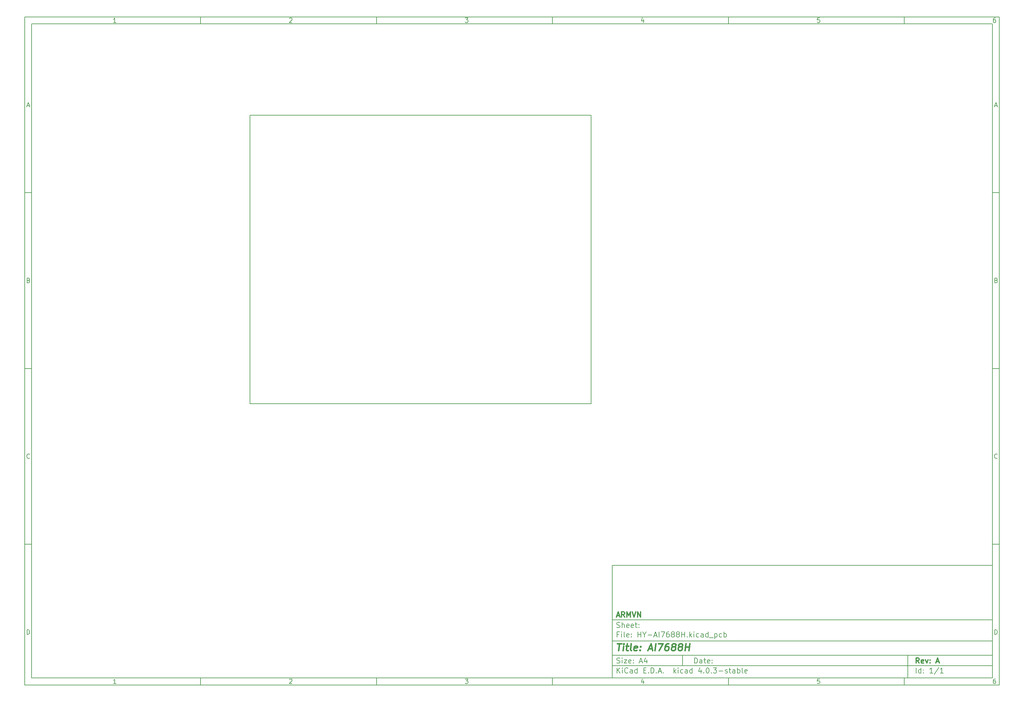
<source format=gm1>
G04 #@! TF.FileFunction,Profile,NP*
%FSLAX46Y46*%
G04 Gerber Fmt 4.6, Leading zero omitted, Abs format (unit mm)*
G04 Created by KiCad (PCBNEW 4.0.3-stable) date 11/15/16 10:24:21*
%MOMM*%
%LPD*%
G01*
G04 APERTURE LIST*
%ADD10C,0.100000*%
%ADD11C,0.150000*%
%ADD12C,0.300000*%
%ADD13C,0.400000*%
G04 APERTURE END LIST*
D10*
D11*
X177002200Y-166007200D02*
X177002200Y-198007200D01*
X285002200Y-198007200D01*
X285002200Y-166007200D01*
X177002200Y-166007200D01*
D10*
D11*
X10000000Y-10000000D02*
X10000000Y-200007200D01*
X287002200Y-200007200D01*
X287002200Y-10000000D01*
X10000000Y-10000000D01*
D10*
D11*
X12000000Y-12000000D02*
X12000000Y-198007200D01*
X285002200Y-198007200D01*
X285002200Y-12000000D01*
X12000000Y-12000000D01*
D10*
D11*
X60000000Y-12000000D02*
X60000000Y-10000000D01*
D10*
D11*
X110000000Y-12000000D02*
X110000000Y-10000000D01*
D10*
D11*
X160000000Y-12000000D02*
X160000000Y-10000000D01*
D10*
D11*
X210000000Y-12000000D02*
X210000000Y-10000000D01*
D10*
D11*
X260000000Y-12000000D02*
X260000000Y-10000000D01*
D10*
D11*
X35990476Y-11588095D02*
X35247619Y-11588095D01*
X35619048Y-11588095D02*
X35619048Y-10288095D01*
X35495238Y-10473810D01*
X35371429Y-10597619D01*
X35247619Y-10659524D01*
D10*
D11*
X85247619Y-10411905D02*
X85309524Y-10350000D01*
X85433333Y-10288095D01*
X85742857Y-10288095D01*
X85866667Y-10350000D01*
X85928571Y-10411905D01*
X85990476Y-10535714D01*
X85990476Y-10659524D01*
X85928571Y-10845238D01*
X85185714Y-11588095D01*
X85990476Y-11588095D01*
D10*
D11*
X135185714Y-10288095D02*
X135990476Y-10288095D01*
X135557143Y-10783333D01*
X135742857Y-10783333D01*
X135866667Y-10845238D01*
X135928571Y-10907143D01*
X135990476Y-11030952D01*
X135990476Y-11340476D01*
X135928571Y-11464286D01*
X135866667Y-11526190D01*
X135742857Y-11588095D01*
X135371429Y-11588095D01*
X135247619Y-11526190D01*
X135185714Y-11464286D01*
D10*
D11*
X185866667Y-10721429D02*
X185866667Y-11588095D01*
X185557143Y-10226190D02*
X185247619Y-11154762D01*
X186052381Y-11154762D01*
D10*
D11*
X235928571Y-10288095D02*
X235309524Y-10288095D01*
X235247619Y-10907143D01*
X235309524Y-10845238D01*
X235433333Y-10783333D01*
X235742857Y-10783333D01*
X235866667Y-10845238D01*
X235928571Y-10907143D01*
X235990476Y-11030952D01*
X235990476Y-11340476D01*
X235928571Y-11464286D01*
X235866667Y-11526190D01*
X235742857Y-11588095D01*
X235433333Y-11588095D01*
X235309524Y-11526190D01*
X235247619Y-11464286D01*
D10*
D11*
X285866667Y-10288095D02*
X285619048Y-10288095D01*
X285495238Y-10350000D01*
X285433333Y-10411905D01*
X285309524Y-10597619D01*
X285247619Y-10845238D01*
X285247619Y-11340476D01*
X285309524Y-11464286D01*
X285371429Y-11526190D01*
X285495238Y-11588095D01*
X285742857Y-11588095D01*
X285866667Y-11526190D01*
X285928571Y-11464286D01*
X285990476Y-11340476D01*
X285990476Y-11030952D01*
X285928571Y-10907143D01*
X285866667Y-10845238D01*
X285742857Y-10783333D01*
X285495238Y-10783333D01*
X285371429Y-10845238D01*
X285309524Y-10907143D01*
X285247619Y-11030952D01*
D10*
D11*
X60000000Y-198007200D02*
X60000000Y-200007200D01*
D10*
D11*
X110000000Y-198007200D02*
X110000000Y-200007200D01*
D10*
D11*
X160000000Y-198007200D02*
X160000000Y-200007200D01*
D10*
D11*
X210000000Y-198007200D02*
X210000000Y-200007200D01*
D10*
D11*
X260000000Y-198007200D02*
X260000000Y-200007200D01*
D10*
D11*
X35990476Y-199595295D02*
X35247619Y-199595295D01*
X35619048Y-199595295D02*
X35619048Y-198295295D01*
X35495238Y-198481010D01*
X35371429Y-198604819D01*
X35247619Y-198666724D01*
D10*
D11*
X85247619Y-198419105D02*
X85309524Y-198357200D01*
X85433333Y-198295295D01*
X85742857Y-198295295D01*
X85866667Y-198357200D01*
X85928571Y-198419105D01*
X85990476Y-198542914D01*
X85990476Y-198666724D01*
X85928571Y-198852438D01*
X85185714Y-199595295D01*
X85990476Y-199595295D01*
D10*
D11*
X135185714Y-198295295D02*
X135990476Y-198295295D01*
X135557143Y-198790533D01*
X135742857Y-198790533D01*
X135866667Y-198852438D01*
X135928571Y-198914343D01*
X135990476Y-199038152D01*
X135990476Y-199347676D01*
X135928571Y-199471486D01*
X135866667Y-199533390D01*
X135742857Y-199595295D01*
X135371429Y-199595295D01*
X135247619Y-199533390D01*
X135185714Y-199471486D01*
D10*
D11*
X185866667Y-198728629D02*
X185866667Y-199595295D01*
X185557143Y-198233390D02*
X185247619Y-199161962D01*
X186052381Y-199161962D01*
D10*
D11*
X235928571Y-198295295D02*
X235309524Y-198295295D01*
X235247619Y-198914343D01*
X235309524Y-198852438D01*
X235433333Y-198790533D01*
X235742857Y-198790533D01*
X235866667Y-198852438D01*
X235928571Y-198914343D01*
X235990476Y-199038152D01*
X235990476Y-199347676D01*
X235928571Y-199471486D01*
X235866667Y-199533390D01*
X235742857Y-199595295D01*
X235433333Y-199595295D01*
X235309524Y-199533390D01*
X235247619Y-199471486D01*
D10*
D11*
X285866667Y-198295295D02*
X285619048Y-198295295D01*
X285495238Y-198357200D01*
X285433333Y-198419105D01*
X285309524Y-198604819D01*
X285247619Y-198852438D01*
X285247619Y-199347676D01*
X285309524Y-199471486D01*
X285371429Y-199533390D01*
X285495238Y-199595295D01*
X285742857Y-199595295D01*
X285866667Y-199533390D01*
X285928571Y-199471486D01*
X285990476Y-199347676D01*
X285990476Y-199038152D01*
X285928571Y-198914343D01*
X285866667Y-198852438D01*
X285742857Y-198790533D01*
X285495238Y-198790533D01*
X285371429Y-198852438D01*
X285309524Y-198914343D01*
X285247619Y-199038152D01*
D10*
D11*
X10000000Y-60000000D02*
X12000000Y-60000000D01*
D10*
D11*
X10000000Y-110000000D02*
X12000000Y-110000000D01*
D10*
D11*
X10000000Y-160000000D02*
X12000000Y-160000000D01*
D10*
D11*
X10690476Y-35216667D02*
X11309524Y-35216667D01*
X10566667Y-35588095D02*
X11000000Y-34288095D01*
X11433333Y-35588095D01*
D10*
D11*
X11092857Y-84907143D02*
X11278571Y-84969048D01*
X11340476Y-85030952D01*
X11402381Y-85154762D01*
X11402381Y-85340476D01*
X11340476Y-85464286D01*
X11278571Y-85526190D01*
X11154762Y-85588095D01*
X10659524Y-85588095D01*
X10659524Y-84288095D01*
X11092857Y-84288095D01*
X11216667Y-84350000D01*
X11278571Y-84411905D01*
X11340476Y-84535714D01*
X11340476Y-84659524D01*
X11278571Y-84783333D01*
X11216667Y-84845238D01*
X11092857Y-84907143D01*
X10659524Y-84907143D01*
D10*
D11*
X11402381Y-135464286D02*
X11340476Y-135526190D01*
X11154762Y-135588095D01*
X11030952Y-135588095D01*
X10845238Y-135526190D01*
X10721429Y-135402381D01*
X10659524Y-135278571D01*
X10597619Y-135030952D01*
X10597619Y-134845238D01*
X10659524Y-134597619D01*
X10721429Y-134473810D01*
X10845238Y-134350000D01*
X11030952Y-134288095D01*
X11154762Y-134288095D01*
X11340476Y-134350000D01*
X11402381Y-134411905D01*
D10*
D11*
X10659524Y-185588095D02*
X10659524Y-184288095D01*
X10969048Y-184288095D01*
X11154762Y-184350000D01*
X11278571Y-184473810D01*
X11340476Y-184597619D01*
X11402381Y-184845238D01*
X11402381Y-185030952D01*
X11340476Y-185278571D01*
X11278571Y-185402381D01*
X11154762Y-185526190D01*
X10969048Y-185588095D01*
X10659524Y-185588095D01*
D10*
D11*
X287002200Y-60000000D02*
X285002200Y-60000000D01*
D10*
D11*
X287002200Y-110000000D02*
X285002200Y-110000000D01*
D10*
D11*
X287002200Y-160000000D02*
X285002200Y-160000000D01*
D10*
D11*
X285692676Y-35216667D02*
X286311724Y-35216667D01*
X285568867Y-35588095D02*
X286002200Y-34288095D01*
X286435533Y-35588095D01*
D10*
D11*
X286095057Y-84907143D02*
X286280771Y-84969048D01*
X286342676Y-85030952D01*
X286404581Y-85154762D01*
X286404581Y-85340476D01*
X286342676Y-85464286D01*
X286280771Y-85526190D01*
X286156962Y-85588095D01*
X285661724Y-85588095D01*
X285661724Y-84288095D01*
X286095057Y-84288095D01*
X286218867Y-84350000D01*
X286280771Y-84411905D01*
X286342676Y-84535714D01*
X286342676Y-84659524D01*
X286280771Y-84783333D01*
X286218867Y-84845238D01*
X286095057Y-84907143D01*
X285661724Y-84907143D01*
D10*
D11*
X286404581Y-135464286D02*
X286342676Y-135526190D01*
X286156962Y-135588095D01*
X286033152Y-135588095D01*
X285847438Y-135526190D01*
X285723629Y-135402381D01*
X285661724Y-135278571D01*
X285599819Y-135030952D01*
X285599819Y-134845238D01*
X285661724Y-134597619D01*
X285723629Y-134473810D01*
X285847438Y-134350000D01*
X286033152Y-134288095D01*
X286156962Y-134288095D01*
X286342676Y-134350000D01*
X286404581Y-134411905D01*
D10*
D11*
X285661724Y-185588095D02*
X285661724Y-184288095D01*
X285971248Y-184288095D01*
X286156962Y-184350000D01*
X286280771Y-184473810D01*
X286342676Y-184597619D01*
X286404581Y-184845238D01*
X286404581Y-185030952D01*
X286342676Y-185278571D01*
X286280771Y-185402381D01*
X286156962Y-185526190D01*
X285971248Y-185588095D01*
X285661724Y-185588095D01*
D10*
D11*
X200359343Y-193785771D02*
X200359343Y-192285771D01*
X200716486Y-192285771D01*
X200930771Y-192357200D01*
X201073629Y-192500057D01*
X201145057Y-192642914D01*
X201216486Y-192928629D01*
X201216486Y-193142914D01*
X201145057Y-193428629D01*
X201073629Y-193571486D01*
X200930771Y-193714343D01*
X200716486Y-193785771D01*
X200359343Y-193785771D01*
X202502200Y-193785771D02*
X202502200Y-193000057D01*
X202430771Y-192857200D01*
X202287914Y-192785771D01*
X202002200Y-192785771D01*
X201859343Y-192857200D01*
X202502200Y-193714343D02*
X202359343Y-193785771D01*
X202002200Y-193785771D01*
X201859343Y-193714343D01*
X201787914Y-193571486D01*
X201787914Y-193428629D01*
X201859343Y-193285771D01*
X202002200Y-193214343D01*
X202359343Y-193214343D01*
X202502200Y-193142914D01*
X203002200Y-192785771D02*
X203573629Y-192785771D01*
X203216486Y-192285771D02*
X203216486Y-193571486D01*
X203287914Y-193714343D01*
X203430772Y-193785771D01*
X203573629Y-193785771D01*
X204645057Y-193714343D02*
X204502200Y-193785771D01*
X204216486Y-193785771D01*
X204073629Y-193714343D01*
X204002200Y-193571486D01*
X204002200Y-193000057D01*
X204073629Y-192857200D01*
X204216486Y-192785771D01*
X204502200Y-192785771D01*
X204645057Y-192857200D01*
X204716486Y-193000057D01*
X204716486Y-193142914D01*
X204002200Y-193285771D01*
X205359343Y-193642914D02*
X205430771Y-193714343D01*
X205359343Y-193785771D01*
X205287914Y-193714343D01*
X205359343Y-193642914D01*
X205359343Y-193785771D01*
X205359343Y-192857200D02*
X205430771Y-192928629D01*
X205359343Y-193000057D01*
X205287914Y-192928629D01*
X205359343Y-192857200D01*
X205359343Y-193000057D01*
D10*
D11*
X177002200Y-194507200D02*
X285002200Y-194507200D01*
D10*
D11*
X178359343Y-196585771D02*
X178359343Y-195085771D01*
X179216486Y-196585771D02*
X178573629Y-195728629D01*
X179216486Y-195085771D02*
X178359343Y-195942914D01*
X179859343Y-196585771D02*
X179859343Y-195585771D01*
X179859343Y-195085771D02*
X179787914Y-195157200D01*
X179859343Y-195228629D01*
X179930771Y-195157200D01*
X179859343Y-195085771D01*
X179859343Y-195228629D01*
X181430772Y-196442914D02*
X181359343Y-196514343D01*
X181145057Y-196585771D01*
X181002200Y-196585771D01*
X180787915Y-196514343D01*
X180645057Y-196371486D01*
X180573629Y-196228629D01*
X180502200Y-195942914D01*
X180502200Y-195728629D01*
X180573629Y-195442914D01*
X180645057Y-195300057D01*
X180787915Y-195157200D01*
X181002200Y-195085771D01*
X181145057Y-195085771D01*
X181359343Y-195157200D01*
X181430772Y-195228629D01*
X182716486Y-196585771D02*
X182716486Y-195800057D01*
X182645057Y-195657200D01*
X182502200Y-195585771D01*
X182216486Y-195585771D01*
X182073629Y-195657200D01*
X182716486Y-196514343D02*
X182573629Y-196585771D01*
X182216486Y-196585771D01*
X182073629Y-196514343D01*
X182002200Y-196371486D01*
X182002200Y-196228629D01*
X182073629Y-196085771D01*
X182216486Y-196014343D01*
X182573629Y-196014343D01*
X182716486Y-195942914D01*
X184073629Y-196585771D02*
X184073629Y-195085771D01*
X184073629Y-196514343D02*
X183930772Y-196585771D01*
X183645058Y-196585771D01*
X183502200Y-196514343D01*
X183430772Y-196442914D01*
X183359343Y-196300057D01*
X183359343Y-195871486D01*
X183430772Y-195728629D01*
X183502200Y-195657200D01*
X183645058Y-195585771D01*
X183930772Y-195585771D01*
X184073629Y-195657200D01*
X185930772Y-195800057D02*
X186430772Y-195800057D01*
X186645058Y-196585771D02*
X185930772Y-196585771D01*
X185930772Y-195085771D01*
X186645058Y-195085771D01*
X187287915Y-196442914D02*
X187359343Y-196514343D01*
X187287915Y-196585771D01*
X187216486Y-196514343D01*
X187287915Y-196442914D01*
X187287915Y-196585771D01*
X188002201Y-196585771D02*
X188002201Y-195085771D01*
X188359344Y-195085771D01*
X188573629Y-195157200D01*
X188716487Y-195300057D01*
X188787915Y-195442914D01*
X188859344Y-195728629D01*
X188859344Y-195942914D01*
X188787915Y-196228629D01*
X188716487Y-196371486D01*
X188573629Y-196514343D01*
X188359344Y-196585771D01*
X188002201Y-196585771D01*
X189502201Y-196442914D02*
X189573629Y-196514343D01*
X189502201Y-196585771D01*
X189430772Y-196514343D01*
X189502201Y-196442914D01*
X189502201Y-196585771D01*
X190145058Y-196157200D02*
X190859344Y-196157200D01*
X190002201Y-196585771D02*
X190502201Y-195085771D01*
X191002201Y-196585771D01*
X191502201Y-196442914D02*
X191573629Y-196514343D01*
X191502201Y-196585771D01*
X191430772Y-196514343D01*
X191502201Y-196442914D01*
X191502201Y-196585771D01*
X194502201Y-196585771D02*
X194502201Y-195085771D01*
X194645058Y-196014343D02*
X195073629Y-196585771D01*
X195073629Y-195585771D02*
X194502201Y-196157200D01*
X195716487Y-196585771D02*
X195716487Y-195585771D01*
X195716487Y-195085771D02*
X195645058Y-195157200D01*
X195716487Y-195228629D01*
X195787915Y-195157200D01*
X195716487Y-195085771D01*
X195716487Y-195228629D01*
X197073630Y-196514343D02*
X196930773Y-196585771D01*
X196645059Y-196585771D01*
X196502201Y-196514343D01*
X196430773Y-196442914D01*
X196359344Y-196300057D01*
X196359344Y-195871486D01*
X196430773Y-195728629D01*
X196502201Y-195657200D01*
X196645059Y-195585771D01*
X196930773Y-195585771D01*
X197073630Y-195657200D01*
X198359344Y-196585771D02*
X198359344Y-195800057D01*
X198287915Y-195657200D01*
X198145058Y-195585771D01*
X197859344Y-195585771D01*
X197716487Y-195657200D01*
X198359344Y-196514343D02*
X198216487Y-196585771D01*
X197859344Y-196585771D01*
X197716487Y-196514343D01*
X197645058Y-196371486D01*
X197645058Y-196228629D01*
X197716487Y-196085771D01*
X197859344Y-196014343D01*
X198216487Y-196014343D01*
X198359344Y-195942914D01*
X199716487Y-196585771D02*
X199716487Y-195085771D01*
X199716487Y-196514343D02*
X199573630Y-196585771D01*
X199287916Y-196585771D01*
X199145058Y-196514343D01*
X199073630Y-196442914D01*
X199002201Y-196300057D01*
X199002201Y-195871486D01*
X199073630Y-195728629D01*
X199145058Y-195657200D01*
X199287916Y-195585771D01*
X199573630Y-195585771D01*
X199716487Y-195657200D01*
X202216487Y-195585771D02*
X202216487Y-196585771D01*
X201859344Y-195014343D02*
X201502201Y-196085771D01*
X202430773Y-196085771D01*
X203002201Y-196442914D02*
X203073629Y-196514343D01*
X203002201Y-196585771D01*
X202930772Y-196514343D01*
X203002201Y-196442914D01*
X203002201Y-196585771D01*
X204002201Y-195085771D02*
X204145058Y-195085771D01*
X204287915Y-195157200D01*
X204359344Y-195228629D01*
X204430773Y-195371486D01*
X204502201Y-195657200D01*
X204502201Y-196014343D01*
X204430773Y-196300057D01*
X204359344Y-196442914D01*
X204287915Y-196514343D01*
X204145058Y-196585771D01*
X204002201Y-196585771D01*
X203859344Y-196514343D01*
X203787915Y-196442914D01*
X203716487Y-196300057D01*
X203645058Y-196014343D01*
X203645058Y-195657200D01*
X203716487Y-195371486D01*
X203787915Y-195228629D01*
X203859344Y-195157200D01*
X204002201Y-195085771D01*
X205145058Y-196442914D02*
X205216486Y-196514343D01*
X205145058Y-196585771D01*
X205073629Y-196514343D01*
X205145058Y-196442914D01*
X205145058Y-196585771D01*
X205716487Y-195085771D02*
X206645058Y-195085771D01*
X206145058Y-195657200D01*
X206359344Y-195657200D01*
X206502201Y-195728629D01*
X206573630Y-195800057D01*
X206645058Y-195942914D01*
X206645058Y-196300057D01*
X206573630Y-196442914D01*
X206502201Y-196514343D01*
X206359344Y-196585771D01*
X205930772Y-196585771D01*
X205787915Y-196514343D01*
X205716487Y-196442914D01*
X207287915Y-196014343D02*
X208430772Y-196014343D01*
X209073629Y-196514343D02*
X209216486Y-196585771D01*
X209502201Y-196585771D01*
X209645058Y-196514343D01*
X209716486Y-196371486D01*
X209716486Y-196300057D01*
X209645058Y-196157200D01*
X209502201Y-196085771D01*
X209287915Y-196085771D01*
X209145058Y-196014343D01*
X209073629Y-195871486D01*
X209073629Y-195800057D01*
X209145058Y-195657200D01*
X209287915Y-195585771D01*
X209502201Y-195585771D01*
X209645058Y-195657200D01*
X210145058Y-195585771D02*
X210716487Y-195585771D01*
X210359344Y-195085771D02*
X210359344Y-196371486D01*
X210430772Y-196514343D01*
X210573630Y-196585771D01*
X210716487Y-196585771D01*
X211859344Y-196585771D02*
X211859344Y-195800057D01*
X211787915Y-195657200D01*
X211645058Y-195585771D01*
X211359344Y-195585771D01*
X211216487Y-195657200D01*
X211859344Y-196514343D02*
X211716487Y-196585771D01*
X211359344Y-196585771D01*
X211216487Y-196514343D01*
X211145058Y-196371486D01*
X211145058Y-196228629D01*
X211216487Y-196085771D01*
X211359344Y-196014343D01*
X211716487Y-196014343D01*
X211859344Y-195942914D01*
X212573630Y-196585771D02*
X212573630Y-195085771D01*
X212573630Y-195657200D02*
X212716487Y-195585771D01*
X213002201Y-195585771D01*
X213145058Y-195657200D01*
X213216487Y-195728629D01*
X213287916Y-195871486D01*
X213287916Y-196300057D01*
X213216487Y-196442914D01*
X213145058Y-196514343D01*
X213002201Y-196585771D01*
X212716487Y-196585771D01*
X212573630Y-196514343D01*
X214145059Y-196585771D02*
X214002201Y-196514343D01*
X213930773Y-196371486D01*
X213930773Y-195085771D01*
X215287915Y-196514343D02*
X215145058Y-196585771D01*
X214859344Y-196585771D01*
X214716487Y-196514343D01*
X214645058Y-196371486D01*
X214645058Y-195800057D01*
X214716487Y-195657200D01*
X214859344Y-195585771D01*
X215145058Y-195585771D01*
X215287915Y-195657200D01*
X215359344Y-195800057D01*
X215359344Y-195942914D01*
X214645058Y-196085771D01*
D10*
D11*
X177002200Y-191507200D02*
X285002200Y-191507200D01*
D10*
D12*
X264216486Y-193785771D02*
X263716486Y-193071486D01*
X263359343Y-193785771D02*
X263359343Y-192285771D01*
X263930771Y-192285771D01*
X264073629Y-192357200D01*
X264145057Y-192428629D01*
X264216486Y-192571486D01*
X264216486Y-192785771D01*
X264145057Y-192928629D01*
X264073629Y-193000057D01*
X263930771Y-193071486D01*
X263359343Y-193071486D01*
X265430771Y-193714343D02*
X265287914Y-193785771D01*
X265002200Y-193785771D01*
X264859343Y-193714343D01*
X264787914Y-193571486D01*
X264787914Y-193000057D01*
X264859343Y-192857200D01*
X265002200Y-192785771D01*
X265287914Y-192785771D01*
X265430771Y-192857200D01*
X265502200Y-193000057D01*
X265502200Y-193142914D01*
X264787914Y-193285771D01*
X266002200Y-192785771D02*
X266359343Y-193785771D01*
X266716485Y-192785771D01*
X267287914Y-193642914D02*
X267359342Y-193714343D01*
X267287914Y-193785771D01*
X267216485Y-193714343D01*
X267287914Y-193642914D01*
X267287914Y-193785771D01*
X267287914Y-192857200D02*
X267359342Y-192928629D01*
X267287914Y-193000057D01*
X267216485Y-192928629D01*
X267287914Y-192857200D01*
X267287914Y-193000057D01*
X269073628Y-193357200D02*
X269787914Y-193357200D01*
X268930771Y-193785771D02*
X269430771Y-192285771D01*
X269930771Y-193785771D01*
D10*
D11*
X178287914Y-193714343D02*
X178502200Y-193785771D01*
X178859343Y-193785771D01*
X179002200Y-193714343D01*
X179073629Y-193642914D01*
X179145057Y-193500057D01*
X179145057Y-193357200D01*
X179073629Y-193214343D01*
X179002200Y-193142914D01*
X178859343Y-193071486D01*
X178573629Y-193000057D01*
X178430771Y-192928629D01*
X178359343Y-192857200D01*
X178287914Y-192714343D01*
X178287914Y-192571486D01*
X178359343Y-192428629D01*
X178430771Y-192357200D01*
X178573629Y-192285771D01*
X178930771Y-192285771D01*
X179145057Y-192357200D01*
X179787914Y-193785771D02*
X179787914Y-192785771D01*
X179787914Y-192285771D02*
X179716485Y-192357200D01*
X179787914Y-192428629D01*
X179859342Y-192357200D01*
X179787914Y-192285771D01*
X179787914Y-192428629D01*
X180359343Y-192785771D02*
X181145057Y-192785771D01*
X180359343Y-193785771D01*
X181145057Y-193785771D01*
X182287914Y-193714343D02*
X182145057Y-193785771D01*
X181859343Y-193785771D01*
X181716486Y-193714343D01*
X181645057Y-193571486D01*
X181645057Y-193000057D01*
X181716486Y-192857200D01*
X181859343Y-192785771D01*
X182145057Y-192785771D01*
X182287914Y-192857200D01*
X182359343Y-193000057D01*
X182359343Y-193142914D01*
X181645057Y-193285771D01*
X183002200Y-193642914D02*
X183073628Y-193714343D01*
X183002200Y-193785771D01*
X182930771Y-193714343D01*
X183002200Y-193642914D01*
X183002200Y-193785771D01*
X183002200Y-192857200D02*
X183073628Y-192928629D01*
X183002200Y-193000057D01*
X182930771Y-192928629D01*
X183002200Y-192857200D01*
X183002200Y-193000057D01*
X184787914Y-193357200D02*
X185502200Y-193357200D01*
X184645057Y-193785771D02*
X185145057Y-192285771D01*
X185645057Y-193785771D01*
X186787914Y-192785771D02*
X186787914Y-193785771D01*
X186430771Y-192214343D02*
X186073628Y-193285771D01*
X187002200Y-193285771D01*
D10*
D11*
X263359343Y-196585771D02*
X263359343Y-195085771D01*
X264716486Y-196585771D02*
X264716486Y-195085771D01*
X264716486Y-196514343D02*
X264573629Y-196585771D01*
X264287915Y-196585771D01*
X264145057Y-196514343D01*
X264073629Y-196442914D01*
X264002200Y-196300057D01*
X264002200Y-195871486D01*
X264073629Y-195728629D01*
X264145057Y-195657200D01*
X264287915Y-195585771D01*
X264573629Y-195585771D01*
X264716486Y-195657200D01*
X265430772Y-196442914D02*
X265502200Y-196514343D01*
X265430772Y-196585771D01*
X265359343Y-196514343D01*
X265430772Y-196442914D01*
X265430772Y-196585771D01*
X265430772Y-195657200D02*
X265502200Y-195728629D01*
X265430772Y-195800057D01*
X265359343Y-195728629D01*
X265430772Y-195657200D01*
X265430772Y-195800057D01*
X268073629Y-196585771D02*
X267216486Y-196585771D01*
X267645058Y-196585771D02*
X267645058Y-195085771D01*
X267502201Y-195300057D01*
X267359343Y-195442914D01*
X267216486Y-195514343D01*
X269787914Y-195014343D02*
X268502200Y-196942914D01*
X271073629Y-196585771D02*
X270216486Y-196585771D01*
X270645058Y-196585771D02*
X270645058Y-195085771D01*
X270502201Y-195300057D01*
X270359343Y-195442914D01*
X270216486Y-195514343D01*
D10*
D11*
X177002200Y-187507200D02*
X285002200Y-187507200D01*
D10*
D13*
X178454581Y-188211962D02*
X179597438Y-188211962D01*
X178776010Y-190211962D02*
X179026010Y-188211962D01*
X180014105Y-190211962D02*
X180180771Y-188878629D01*
X180264105Y-188211962D02*
X180156962Y-188307200D01*
X180240295Y-188402438D01*
X180347439Y-188307200D01*
X180264105Y-188211962D01*
X180240295Y-188402438D01*
X180847438Y-188878629D02*
X181609343Y-188878629D01*
X181216486Y-188211962D02*
X181002200Y-189926248D01*
X181073630Y-190116724D01*
X181252201Y-190211962D01*
X181442677Y-190211962D01*
X182395058Y-190211962D02*
X182216487Y-190116724D01*
X182145057Y-189926248D01*
X182359343Y-188211962D01*
X183930772Y-190116724D02*
X183728391Y-190211962D01*
X183347439Y-190211962D01*
X183168867Y-190116724D01*
X183097438Y-189926248D01*
X183192676Y-189164343D01*
X183311724Y-188973867D01*
X183514105Y-188878629D01*
X183895057Y-188878629D01*
X184073629Y-188973867D01*
X184145057Y-189164343D01*
X184121248Y-189354819D01*
X183145057Y-189545295D01*
X184895057Y-190021486D02*
X184978392Y-190116724D01*
X184871248Y-190211962D01*
X184787915Y-190116724D01*
X184895057Y-190021486D01*
X184871248Y-190211962D01*
X185026010Y-188973867D02*
X185109344Y-189069105D01*
X185002200Y-189164343D01*
X184918867Y-189069105D01*
X185026010Y-188973867D01*
X185002200Y-189164343D01*
X187323629Y-189640533D02*
X188276010Y-189640533D01*
X187061725Y-190211962D02*
X187978392Y-188211962D01*
X188395059Y-190211962D01*
X189061725Y-190211962D02*
X189311725Y-188211962D01*
X190073630Y-188211962D02*
X191406964Y-188211962D01*
X190299821Y-190211962D01*
X193026011Y-188211962D02*
X192645059Y-188211962D01*
X192442678Y-188307200D01*
X192335535Y-188402438D01*
X192109344Y-188688152D01*
X191966487Y-189069105D01*
X191871249Y-189831010D01*
X191942677Y-190021486D01*
X192026012Y-190116724D01*
X192204583Y-190211962D01*
X192585535Y-190211962D01*
X192787916Y-190116724D01*
X192895058Y-190021486D01*
X193014107Y-189831010D01*
X193073631Y-189354819D01*
X193002201Y-189164343D01*
X192918868Y-189069105D01*
X192740297Y-188973867D01*
X192359345Y-188973867D01*
X192156964Y-189069105D01*
X192049820Y-189164343D01*
X191930773Y-189354819D01*
X194252202Y-189069105D02*
X194073631Y-188973867D01*
X193990296Y-188878629D01*
X193918868Y-188688152D01*
X193930773Y-188592914D01*
X194049820Y-188402438D01*
X194156964Y-188307200D01*
X194359345Y-188211962D01*
X194740297Y-188211962D01*
X194918868Y-188307200D01*
X195002201Y-188402438D01*
X195073631Y-188592914D01*
X195061726Y-188688152D01*
X194942677Y-188878629D01*
X194835535Y-188973867D01*
X194633154Y-189069105D01*
X194252202Y-189069105D01*
X194049821Y-189164343D01*
X193942677Y-189259581D01*
X193823630Y-189450057D01*
X193776011Y-189831010D01*
X193847439Y-190021486D01*
X193930774Y-190116724D01*
X194109345Y-190211962D01*
X194490297Y-190211962D01*
X194692678Y-190116724D01*
X194799820Y-190021486D01*
X194918869Y-189831010D01*
X194966488Y-189450057D01*
X194895058Y-189259581D01*
X194811725Y-189164343D01*
X194633154Y-189069105D01*
X196156964Y-189069105D02*
X195978393Y-188973867D01*
X195895058Y-188878629D01*
X195823630Y-188688152D01*
X195835535Y-188592914D01*
X195954582Y-188402438D01*
X196061726Y-188307200D01*
X196264107Y-188211962D01*
X196645059Y-188211962D01*
X196823630Y-188307200D01*
X196906963Y-188402438D01*
X196978393Y-188592914D01*
X196966488Y-188688152D01*
X196847439Y-188878629D01*
X196740297Y-188973867D01*
X196537916Y-189069105D01*
X196156964Y-189069105D01*
X195954583Y-189164343D01*
X195847439Y-189259581D01*
X195728392Y-189450057D01*
X195680773Y-189831010D01*
X195752201Y-190021486D01*
X195835536Y-190116724D01*
X196014107Y-190211962D01*
X196395059Y-190211962D01*
X196597440Y-190116724D01*
X196704582Y-190021486D01*
X196823631Y-189831010D01*
X196871250Y-189450057D01*
X196799820Y-189259581D01*
X196716487Y-189164343D01*
X196537916Y-189069105D01*
X197633154Y-190211962D02*
X197883154Y-188211962D01*
X197764106Y-189164343D02*
X198906964Y-189164343D01*
X198776012Y-190211962D02*
X199026012Y-188211962D01*
D10*
D11*
X178859343Y-185600057D02*
X178359343Y-185600057D01*
X178359343Y-186385771D02*
X178359343Y-184885771D01*
X179073629Y-184885771D01*
X179645057Y-186385771D02*
X179645057Y-185385771D01*
X179645057Y-184885771D02*
X179573628Y-184957200D01*
X179645057Y-185028629D01*
X179716485Y-184957200D01*
X179645057Y-184885771D01*
X179645057Y-185028629D01*
X180573629Y-186385771D02*
X180430771Y-186314343D01*
X180359343Y-186171486D01*
X180359343Y-184885771D01*
X181716485Y-186314343D02*
X181573628Y-186385771D01*
X181287914Y-186385771D01*
X181145057Y-186314343D01*
X181073628Y-186171486D01*
X181073628Y-185600057D01*
X181145057Y-185457200D01*
X181287914Y-185385771D01*
X181573628Y-185385771D01*
X181716485Y-185457200D01*
X181787914Y-185600057D01*
X181787914Y-185742914D01*
X181073628Y-185885771D01*
X182430771Y-186242914D02*
X182502199Y-186314343D01*
X182430771Y-186385771D01*
X182359342Y-186314343D01*
X182430771Y-186242914D01*
X182430771Y-186385771D01*
X182430771Y-185457200D02*
X182502199Y-185528629D01*
X182430771Y-185600057D01*
X182359342Y-185528629D01*
X182430771Y-185457200D01*
X182430771Y-185600057D01*
X184287914Y-186385771D02*
X184287914Y-184885771D01*
X184287914Y-185600057D02*
X185145057Y-185600057D01*
X185145057Y-186385771D02*
X185145057Y-184885771D01*
X186145057Y-185671486D02*
X186145057Y-186385771D01*
X185645057Y-184885771D02*
X186145057Y-185671486D01*
X186645057Y-184885771D01*
X187145057Y-185814343D02*
X188287914Y-185814343D01*
X188930771Y-185957200D02*
X189645057Y-185957200D01*
X188787914Y-186385771D02*
X189287914Y-184885771D01*
X189787914Y-186385771D01*
X190287914Y-186385771D02*
X190287914Y-184885771D01*
X190859343Y-184885771D02*
X191859343Y-184885771D01*
X191216486Y-186385771D01*
X193073628Y-184885771D02*
X192787914Y-184885771D01*
X192645057Y-184957200D01*
X192573628Y-185028629D01*
X192430771Y-185242914D01*
X192359342Y-185528629D01*
X192359342Y-186100057D01*
X192430771Y-186242914D01*
X192502199Y-186314343D01*
X192645057Y-186385771D01*
X192930771Y-186385771D01*
X193073628Y-186314343D01*
X193145057Y-186242914D01*
X193216485Y-186100057D01*
X193216485Y-185742914D01*
X193145057Y-185600057D01*
X193073628Y-185528629D01*
X192930771Y-185457200D01*
X192645057Y-185457200D01*
X192502199Y-185528629D01*
X192430771Y-185600057D01*
X192359342Y-185742914D01*
X194073628Y-185528629D02*
X193930770Y-185457200D01*
X193859342Y-185385771D01*
X193787913Y-185242914D01*
X193787913Y-185171486D01*
X193859342Y-185028629D01*
X193930770Y-184957200D01*
X194073628Y-184885771D01*
X194359342Y-184885771D01*
X194502199Y-184957200D01*
X194573628Y-185028629D01*
X194645056Y-185171486D01*
X194645056Y-185242914D01*
X194573628Y-185385771D01*
X194502199Y-185457200D01*
X194359342Y-185528629D01*
X194073628Y-185528629D01*
X193930770Y-185600057D01*
X193859342Y-185671486D01*
X193787913Y-185814343D01*
X193787913Y-186100057D01*
X193859342Y-186242914D01*
X193930770Y-186314343D01*
X194073628Y-186385771D01*
X194359342Y-186385771D01*
X194502199Y-186314343D01*
X194573628Y-186242914D01*
X194645056Y-186100057D01*
X194645056Y-185814343D01*
X194573628Y-185671486D01*
X194502199Y-185600057D01*
X194359342Y-185528629D01*
X195502199Y-185528629D02*
X195359341Y-185457200D01*
X195287913Y-185385771D01*
X195216484Y-185242914D01*
X195216484Y-185171486D01*
X195287913Y-185028629D01*
X195359341Y-184957200D01*
X195502199Y-184885771D01*
X195787913Y-184885771D01*
X195930770Y-184957200D01*
X196002199Y-185028629D01*
X196073627Y-185171486D01*
X196073627Y-185242914D01*
X196002199Y-185385771D01*
X195930770Y-185457200D01*
X195787913Y-185528629D01*
X195502199Y-185528629D01*
X195359341Y-185600057D01*
X195287913Y-185671486D01*
X195216484Y-185814343D01*
X195216484Y-186100057D01*
X195287913Y-186242914D01*
X195359341Y-186314343D01*
X195502199Y-186385771D01*
X195787913Y-186385771D01*
X195930770Y-186314343D01*
X196002199Y-186242914D01*
X196073627Y-186100057D01*
X196073627Y-185814343D01*
X196002199Y-185671486D01*
X195930770Y-185600057D01*
X195787913Y-185528629D01*
X196716484Y-186385771D02*
X196716484Y-184885771D01*
X196716484Y-185600057D02*
X197573627Y-185600057D01*
X197573627Y-186385771D02*
X197573627Y-184885771D01*
X198287913Y-186242914D02*
X198359341Y-186314343D01*
X198287913Y-186385771D01*
X198216484Y-186314343D01*
X198287913Y-186242914D01*
X198287913Y-186385771D01*
X199002199Y-186385771D02*
X199002199Y-184885771D01*
X199145056Y-185814343D02*
X199573627Y-186385771D01*
X199573627Y-185385771D02*
X199002199Y-185957200D01*
X200216485Y-186385771D02*
X200216485Y-185385771D01*
X200216485Y-184885771D02*
X200145056Y-184957200D01*
X200216485Y-185028629D01*
X200287913Y-184957200D01*
X200216485Y-184885771D01*
X200216485Y-185028629D01*
X201573628Y-186314343D02*
X201430771Y-186385771D01*
X201145057Y-186385771D01*
X201002199Y-186314343D01*
X200930771Y-186242914D01*
X200859342Y-186100057D01*
X200859342Y-185671486D01*
X200930771Y-185528629D01*
X201002199Y-185457200D01*
X201145057Y-185385771D01*
X201430771Y-185385771D01*
X201573628Y-185457200D01*
X202859342Y-186385771D02*
X202859342Y-185600057D01*
X202787913Y-185457200D01*
X202645056Y-185385771D01*
X202359342Y-185385771D01*
X202216485Y-185457200D01*
X202859342Y-186314343D02*
X202716485Y-186385771D01*
X202359342Y-186385771D01*
X202216485Y-186314343D01*
X202145056Y-186171486D01*
X202145056Y-186028629D01*
X202216485Y-185885771D01*
X202359342Y-185814343D01*
X202716485Y-185814343D01*
X202859342Y-185742914D01*
X204216485Y-186385771D02*
X204216485Y-184885771D01*
X204216485Y-186314343D02*
X204073628Y-186385771D01*
X203787914Y-186385771D01*
X203645056Y-186314343D01*
X203573628Y-186242914D01*
X203502199Y-186100057D01*
X203502199Y-185671486D01*
X203573628Y-185528629D01*
X203645056Y-185457200D01*
X203787914Y-185385771D01*
X204073628Y-185385771D01*
X204216485Y-185457200D01*
X204573628Y-186528629D02*
X205716485Y-186528629D01*
X206073628Y-185385771D02*
X206073628Y-186885771D01*
X206073628Y-185457200D02*
X206216485Y-185385771D01*
X206502199Y-185385771D01*
X206645056Y-185457200D01*
X206716485Y-185528629D01*
X206787914Y-185671486D01*
X206787914Y-186100057D01*
X206716485Y-186242914D01*
X206645056Y-186314343D01*
X206502199Y-186385771D01*
X206216485Y-186385771D01*
X206073628Y-186314343D01*
X208073628Y-186314343D02*
X207930771Y-186385771D01*
X207645057Y-186385771D01*
X207502199Y-186314343D01*
X207430771Y-186242914D01*
X207359342Y-186100057D01*
X207359342Y-185671486D01*
X207430771Y-185528629D01*
X207502199Y-185457200D01*
X207645057Y-185385771D01*
X207930771Y-185385771D01*
X208073628Y-185457200D01*
X208716485Y-186385771D02*
X208716485Y-184885771D01*
X208716485Y-185457200D02*
X208859342Y-185385771D01*
X209145056Y-185385771D01*
X209287913Y-185457200D01*
X209359342Y-185528629D01*
X209430771Y-185671486D01*
X209430771Y-186100057D01*
X209359342Y-186242914D01*
X209287913Y-186314343D01*
X209145056Y-186385771D01*
X208859342Y-186385771D01*
X208716485Y-186314343D01*
D10*
D11*
X177002200Y-181507200D02*
X285002200Y-181507200D01*
D10*
D11*
X178287914Y-183614343D02*
X178502200Y-183685771D01*
X178859343Y-183685771D01*
X179002200Y-183614343D01*
X179073629Y-183542914D01*
X179145057Y-183400057D01*
X179145057Y-183257200D01*
X179073629Y-183114343D01*
X179002200Y-183042914D01*
X178859343Y-182971486D01*
X178573629Y-182900057D01*
X178430771Y-182828629D01*
X178359343Y-182757200D01*
X178287914Y-182614343D01*
X178287914Y-182471486D01*
X178359343Y-182328629D01*
X178430771Y-182257200D01*
X178573629Y-182185771D01*
X178930771Y-182185771D01*
X179145057Y-182257200D01*
X179787914Y-183685771D02*
X179787914Y-182185771D01*
X180430771Y-183685771D02*
X180430771Y-182900057D01*
X180359342Y-182757200D01*
X180216485Y-182685771D01*
X180002200Y-182685771D01*
X179859342Y-182757200D01*
X179787914Y-182828629D01*
X181716485Y-183614343D02*
X181573628Y-183685771D01*
X181287914Y-183685771D01*
X181145057Y-183614343D01*
X181073628Y-183471486D01*
X181073628Y-182900057D01*
X181145057Y-182757200D01*
X181287914Y-182685771D01*
X181573628Y-182685771D01*
X181716485Y-182757200D01*
X181787914Y-182900057D01*
X181787914Y-183042914D01*
X181073628Y-183185771D01*
X183002199Y-183614343D02*
X182859342Y-183685771D01*
X182573628Y-183685771D01*
X182430771Y-183614343D01*
X182359342Y-183471486D01*
X182359342Y-182900057D01*
X182430771Y-182757200D01*
X182573628Y-182685771D01*
X182859342Y-182685771D01*
X183002199Y-182757200D01*
X183073628Y-182900057D01*
X183073628Y-183042914D01*
X182359342Y-183185771D01*
X183502199Y-182685771D02*
X184073628Y-182685771D01*
X183716485Y-182185771D02*
X183716485Y-183471486D01*
X183787913Y-183614343D01*
X183930771Y-183685771D01*
X184073628Y-183685771D01*
X184573628Y-183542914D02*
X184645056Y-183614343D01*
X184573628Y-183685771D01*
X184502199Y-183614343D01*
X184573628Y-183542914D01*
X184573628Y-183685771D01*
X184573628Y-182757200D02*
X184645056Y-182828629D01*
X184573628Y-182900057D01*
X184502199Y-182828629D01*
X184573628Y-182757200D01*
X184573628Y-182900057D01*
D10*
D12*
X178287914Y-180257200D02*
X179002200Y-180257200D01*
X178145057Y-180685771D02*
X178645057Y-179185771D01*
X179145057Y-180685771D01*
X180502200Y-180685771D02*
X180002200Y-179971486D01*
X179645057Y-180685771D02*
X179645057Y-179185771D01*
X180216485Y-179185771D01*
X180359343Y-179257200D01*
X180430771Y-179328629D01*
X180502200Y-179471486D01*
X180502200Y-179685771D01*
X180430771Y-179828629D01*
X180359343Y-179900057D01*
X180216485Y-179971486D01*
X179645057Y-179971486D01*
X181145057Y-180685771D02*
X181145057Y-179185771D01*
X181645057Y-180257200D01*
X182145057Y-179185771D01*
X182145057Y-180685771D01*
X182645057Y-179185771D02*
X183145057Y-180685771D01*
X183645057Y-179185771D01*
X184145057Y-180685771D02*
X184145057Y-179185771D01*
X185002200Y-180685771D01*
X185002200Y-179185771D01*
D10*
D11*
X197002200Y-191507200D02*
X197002200Y-194507200D01*
D10*
D11*
X261002200Y-191507200D02*
X261002200Y-198007200D01*
X74000000Y-120000000D02*
X74000000Y-38000000D01*
X171000000Y-120000000D02*
X74000000Y-120000000D01*
X171000000Y-38000000D02*
X171000000Y-120000000D01*
X74000000Y-38000000D02*
X171000000Y-38000000D01*
M02*

</source>
